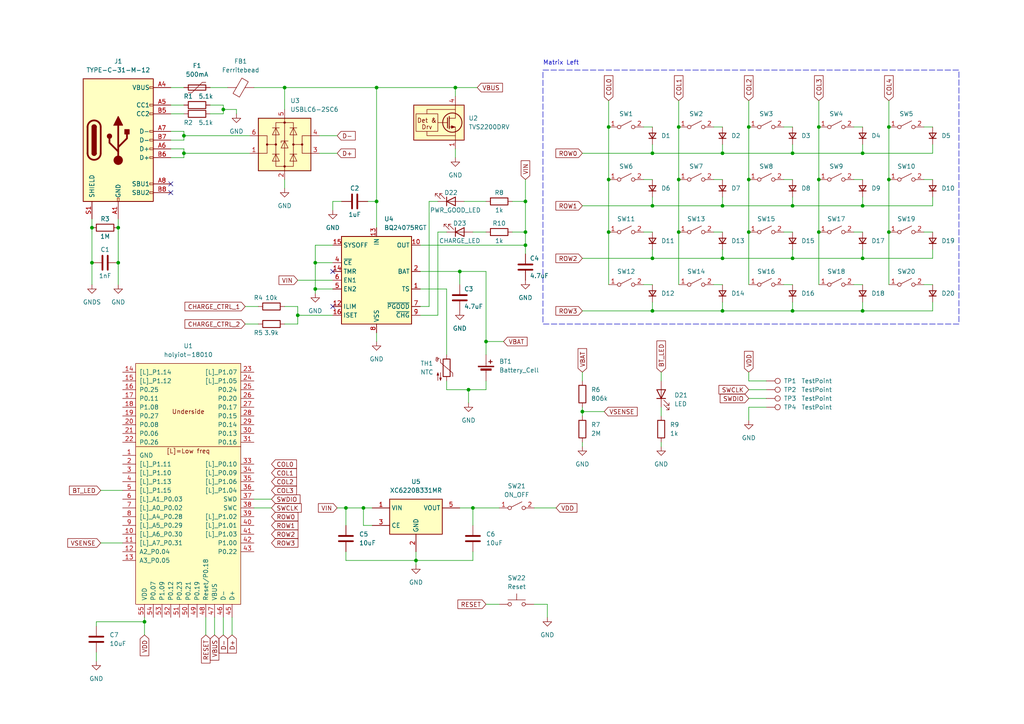
<source format=kicad_sch>
(kicad_sch (version 20230121) (generator eeschema)
  (paper "A4")
  (lib_symbols
    (symbol "Battery_Management:BQ24075RGT"
      (property "Reference" "U" (at -8.89 13.97 0))
      (property "Value" "BQ24075RGT" (at 16.51 13.97 0))
      (symbol "BQ24075RGT_1_1"
        (pin passive line (at 12.7 -2.54 180) (length 2.54) (name "TS") (number "1"))
        (pin power_out line (at 12.7 10.16 180) (length 2.54) (name "OUT") (number "10"))
        (pin passive line (at 12.7 10.16 180) (length 2.54) hide (name "OUT") (number "11"))
        (pin passive line (at -12.7 -7.62 0) (length 2.54) (name "ILIM") (number "12"))
        (pin power_in line (at 0 15.24 270) (length 2.54) (name "IN") (number "13"))
        (pin input line (at -12.7 2.54 0) (length 2.54) (name "TMR") (number "14"))
        (pin input line (at -12.7 10.16 0) (length 2.54) (name "SYSOFF") (number "15"))
        (pin passive line (at -12.7 -10.16 0) (length 2.54) (name "ISET") (number "16"))
        (pin passive line (at 0 -15.24 90) (length 2.54) hide (name "VSS") (number "17"))
        (pin power_out line (at 12.7 2.54 180) (length 2.54) (name "BAT") (number "2"))
        (pin passive line (at 12.7 2.54 180) (length 2.54) hide (name "BAT") (number "3"))
        (pin input line (at -12.7 5.08 0) (length 2.54) (name "~{CE}") (number "4"))
        (pin input line (at -12.7 -2.54 0) (length 2.54) (name "EN2") (number "5"))
        (pin input line (at -12.7 0 0) (length 2.54) (name "EN1") (number "6"))
        (pin open_collector line (at 12.7 -7.62 180) (length 2.54) (name "~{PGOOD}") (number "7"))
        (pin power_in line (at 0 -15.24 90) (length 2.54) (name "VSS") (number "8"))
        (pin open_collector line (at 12.7 -10.16 180) (length 2.54) (name "~{CHG}") (number "9"))
      )
    )
    (symbol "Connector:TestPoint" (pin_numbers hide) (pin_names (offset 0.762) hide)
      (property "Reference" "TP" (at 0 6.858 0))
      (property "Value" "TestPoint" (at 0 5.08 0))
      (symbol "TestPoint_1_1"
        (pin passive line (at 0 0 90) (length 2.54) (name "1") (number "1"))
      )
    )
    (symbol "Connector:USB_C_Receptacle_USB2.0" (pin_names (offset 1.016))
      (property "Reference" "J" (at -10.16 19.05 0))
      (property "Value" "USB_C_Receptacle_USB2.0" (at 19.05 19.05 0))
      (symbol "USB_C_Receptacle_USB2.0_1_1"
        (pin passive line (at 0 -22.86 90) (length 5.08) (name "GND") (number "A1"))
        (pin passive line (at 0 -22.86 90) (length 5.08) hide (name "GND") (number "A12"))
        (pin passive line (at 15.24 15.24 180) (length 5.08) (name "VBUS") (number "A4"))
        (pin bidirectional line (at 15.24 10.16 180) (length 5.08) (name "CC1") (number "A5"))
        (pin bidirectional line (at 15.24 -2.54 180) (length 5.08) (name "D+") (number "A6"))
        (pin bidirectional line (at 15.24 2.54 180) (length 5.08) (name "D-") (number "A7"))
        (pin bidirectional line (at 15.24 -12.7 180) (length 5.08) (name "SBU1") (number "A8"))
        (pin passive line (at 15.24 15.24 180) (length 5.08) hide (name "VBUS") (number "A9"))
        (pin passive line (at 0 -22.86 90) (length 5.08) hide (name "GND") (number "B1"))
        (pin passive line (at 0 -22.86 90) (length 5.08) hide (name "GND") (number "B12"))
        (pin passive line (at 15.24 15.24 180) (length 5.08) hide (name "VBUS") (number "B4"))
        (pin bidirectional line (at 15.24 7.62 180) (length 5.08) (name "CC2") (number "B5"))
        (pin bidirectional line (at 15.24 -5.08 180) (length 5.08) (name "D+") (number "B6"))
        (pin bidirectional line (at 15.24 0 180) (length 5.08) (name "D-") (number "B7"))
        (pin bidirectional line (at 15.24 -15.24 180) (length 5.08) (name "SBU2") (number "B8"))
        (pin passive line (at 15.24 15.24 180) (length 5.08) hide (name "VBUS") (number "B9"))
        (pin passive line (at -7.62 -22.86 90) (length 5.08) (name "SHIELD") (number "S1"))
      )
    )
    (symbol "Device:Battery_Cell" (pin_numbers hide) (pin_names (offset 0) hide)
      (property "Reference" "BT" (at 2.54 2.54 0))
      (property "Value" "Battery_Cell" (at 2.54 0 0))
      (symbol "Battery_Cell_1_1"
        (pin passive line (at 0 5.08 270) (length 2.54) (name "+") (number "1"))
        (pin passive line (at 0 -2.54 90) (length 2.54) (name "-") (number "2"))
      )
    )
    (symbol "Device:C" (pin_numbers hide) (pin_names (offset 0.254))
      (property "Reference" "C" (at 0.635 2.54 0))
      (property "Value" "C" (at 0.635 -2.54 0))
      (symbol "C_1_1"
        (pin passive line (at 0 3.81 270) (length 2.794) (name "~") (number "1"))
        (pin passive line (at 0 -3.81 90) (length 2.794) (name "~") (number "2"))
      )
    )
    (symbol "Device:D_Small" (pin_numbers hide) (pin_names (offset 0.254) hide)
      (property "Reference" "D" (at -1.27 2.032 0))
      (property "Value" "D_Small" (at -3.81 -2.032 0))
      (symbol "D_Small_1_1"
        (pin passive line (at -2.54 0 0) (length 1.778) (name "K") (number "1"))
        (pin passive line (at 2.54 0 180) (length 1.778) (name "A") (number "2"))
      )
    )
    (symbol "Device:FerriteBead" (pin_numbers hide) (pin_names (offset 0))
      (property "Reference" "FB" (at -3.81 0.635 90))
      (property "Value" "FerriteBead" (at 3.81 0 90))
      (symbol "FerriteBead_1_1"
        (pin passive line (at 0 3.81 270) (length 2.54) (name "~") (number "1"))
        (pin passive line (at 0 -3.81 90) (length 2.54) (name "~") (number "2"))
      )
    )
    (symbol "Device:LED" (pin_numbers hide) (pin_names (offset 1.016) hide)
      (property "Reference" "D" (at 0 2.54 0))
      (property "Value" "LED" (at 0 -2.54 0))
      (symbol "LED_1_1"
        (pin passive line (at -3.81 0 0) (length 2.54) (name "K") (number "1"))
        (pin passive line (at 3.81 0 180) (length 2.54) (name "A") (number "2"))
      )
    )
    (symbol "Device:Polyfuse" (pin_numbers hide) (pin_names (offset 0))
      (property "Reference" "F" (at -2.54 0 90))
      (property "Value" "Polyfuse" (at 2.54 0 90))
      (symbol "Polyfuse_1_1"
        (pin passive line (at 0 3.81 270) (length 1.27) (name "~") (number "1"))
        (pin passive line (at 0 -3.81 90) (length 1.27) (name "~") (number "2"))
      )
    )
    (symbol "Device:R" (pin_numbers hide) (pin_names (offset 0))
      (property "Reference" "R" (at 2.032 0 90))
      (property "Value" "R" (at 0 0 90))
      (symbol "R_1_1"
        (pin passive line (at 0 3.81 270) (length 1.27) (name "~") (number "1"))
        (pin passive line (at 0 -3.81 90) (length 1.27) (name "~") (number "2"))
      )
    )
    (symbol "Device:Thermistor_NTC" (pin_numbers hide) (pin_names (offset 0))
      (property "Reference" "TH" (at -4.445 0 90))
      (property "Value" "Thermistor_NTC" (at 3.175 0 90))
      (symbol "Thermistor_NTC_1_1"
        (pin passive line (at 0 3.81 270) (length 1.27) (name "~") (number "1"))
        (pin passive line (at 0 -3.81 90) (length 1.27) (name "~") (number "2"))
      )
    )
    (symbol "Power_Protection:TVS2200DRV" (pin_names (offset 0) hide)
      (property "Reference" "U" (at 2.54 1.27 0))
      (property "Value" "TVS2200DRV" (at 2.54 -1.27 0))
      (symbol "TVS2200DRV_0_0"
        (text "Det &" (at -8.255 0.635 0) (effects (font (size 1.27 1.27))))
        (text "Drv" (at -8.255 -1.27 0) (effects (font (size 1.27 1.27))))
      )
      (symbol "TVS2200DRV_1_1"
        (pin power_in line (at 0 -7.62 90) (length 2.54) (name "GND") (number "1"))
        (pin passive line (at 0 -7.62 90) (length 2.54) hide (name "GND") (number "2"))
        (pin passive line (at 0 -7.62 90) (length 2.54) hide (name "GND") (number "3"))
        (pin passive line (at 0 7.62 270) (length 2.54) (name "IN") (number "4"))
        (pin passive line (at 0 7.62 270) (length 2.54) hide (name "IN") (number "5"))
        (pin passive line (at 0 7.62 270) (length 2.54) hide (name "IN") (number "6"))
        (pin passive line (at 0 -7.62 90) (length 2.54) hide (name "GND") (number "7"))
      )
    )
    (symbol "Power_Protection:USBLC6-2SC6" (pin_names hide)
      (property "Reference" "U" (at 2.54 8.89 0))
      (property "Value" "USBLC6-2SC6" (at 2.54 -8.89 0))
      (symbol "USBLC6-2SC6_1_1"
        (pin passive line (at -10.16 -2.54 0) (length 2.54) (name "I/O1") (number "1"))
        (pin passive line (at 0 -10.16 90) (length 2.54) (name "GND") (number "2"))
        (pin passive line (at 10.16 -2.54 180) (length 2.54) (name "I/O2") (number "3"))
        (pin passive line (at 10.16 2.54 180) (length 2.54) (name "I/O2") (number "4"))
        (pin passive line (at 0 10.16 270) (length 2.54) (name "VBUS") (number "5"))
        (pin passive line (at -10.16 2.54 0) (length 2.54) (name "I/O1") (number "6"))
      )
    )
    (symbol "Regulator_Linear:XC6220B331MR"
      (property "Reference" "U" (at 0 8.89 0))
      (property "Value" "XC6220B331MR" (at 0 6.35 0))
      (symbol "XC6220B331MR_1_1"
        (pin power_in line (at -12.7 2.54 0) (length 5.08) (name "VIN") (number "1"))
        (pin power_in line (at 0 -10.16 90) (length 5.08) (name "GND") (number "2"))
        (pin input line (at -12.7 -2.54 0) (length 5.08) (name "CE") (number "3"))
        (pin no_connect line (at 7.62 -2.54 180) (length 5.08) hide (name "NC") (number "4"))
        (pin power_out line (at 12.7 2.54 180) (length 5.08) (name "VOUT") (number "5"))
      )
    )
    (symbol "Switch:SW_Push" (pin_numbers hide) (pin_names (offset 1.016) hide)
      (property "Reference" "SW" (at 1.27 2.54 0))
      (property "Value" "SW_Push" (at 0 -1.524 0))
      (symbol "SW_Push_0_1"
        (pin passive line (at -5.08 0 0) (length 2.54) (name "1") (number "1"))
        (pin passive line (at 5.08 0 180) (length 2.54) (name "2") (number "2"))
      )
    )
    (symbol "Switch:SW_SPST" (pin_names (offset 0) hide)
      (property "Reference" "SW" (at 0 3.175 0))
      (property "Value" "SW_SPST" (at 0 -2.54 0))
      (symbol "SW_SPST_1_1"
        (pin passive line (at -5.08 0 0) (length 2.54) (name "A") (number "1"))
        (pin passive line (at 5.08 0 180) (length 2.54) (name "B") (number "2"))
      )
    )
    (symbol "kleeb_mcu:holyiot-18010" (pin_names (offset 1.016))
      (property "Reference" "U" (at 0 43.18 0))
      (property "Value" "holyiot-18010" (at 0 40.64 0))
      (symbol "holyiot-18010_0_0"
        (text "[L]=Low freq" (at 0 13.97 0) (effects (font (size 1.27 1.27))))
        (text "Underside" (at 0 25.4 0) (effects (font (size 1.27 1.27))))
      )
      (symbol "holyiot-18010_1_1"
        (pin power_in line (at -19.05 12.7 0) (length 3.81) (name "GND") (number "1"))
        (pin bidirectional line (at -19.05 -10.16 0) (length 3.81) (name "[L]_A6_P0.30") (number "10"))
        (pin bidirectional line (at -19.05 -12.7 0) (length 3.81) (name "[L]_A7_P0.31") (number "11"))
        (pin bidirectional line (at -19.05 -15.24 0) (length 3.81) (name "A2_P0.04") (number "12"))
        (pin bidirectional line (at -19.05 -17.78 0) (length 3.81) (name "A3_P0.05") (number "13"))
        (pin bidirectional line (at -19.05 36.83 0) (length 3.81) (name "[L]_P1.14") (number "14"))
        (pin bidirectional line (at -19.05 34.29 0) (length 3.81) (name "[L]_P1.12") (number "15"))
        (pin bidirectional line (at -19.05 31.75 0) (length 3.81) (name "P0.25") (number "16"))
        (pin bidirectional line (at -19.05 29.21 0) (length 3.81) (name "P0.11") (number "17"))
        (pin bidirectional line (at -19.05 26.67 0) (length 3.81) (name "P1.08") (number "18"))
        (pin bidirectional line (at -19.05 24.13 0) (length 3.81) (name "P0.27") (number "19"))
        (pin bidirectional line (at -19.05 10.16 0) (length 3.81) (name "[L]_P1.11") (number "2"))
        (pin bidirectional line (at -19.05 21.59 0) (length 3.81) (name "P0.08") (number "20"))
        (pin bidirectional line (at -19.05 19.05 0) (length 3.81) (name "P0.06") (number "21"))
        (pin bidirectional line (at -19.05 16.51 0) (length 3.81) (name "P0.26") (number "22"))
        (pin bidirectional line (at 19.05 36.83 180) (length 3.81) (name "[L]_P1.07") (number "23"))
        (pin bidirectional line (at 19.05 34.29 180) (length 3.81) (name "[L]_P1.05") (number "24"))
        (pin bidirectional line (at 19.05 31.75 180) (length 3.81) (name "P0.24") (number "25"))
        (pin bidirectional line (at 19.05 29.21 180) (length 3.81) (name "P0.20") (number "26"))
        (pin bidirectional line (at 19.05 26.67 180) (length 3.81) (name "P0.17") (number "27"))
        (pin bidirectional line (at 19.05 24.13 180) (length 3.81) (name "P0.15") (number "28"))
        (pin bidirectional line (at 19.05 21.59 180) (length 3.81) (name "P0.14") (number "29"))
        (pin bidirectional line (at -19.05 7.62 0) (length 3.81) (name "[L]_P1.10") (number "3"))
        (pin bidirectional line (at 19.05 19.05 180) (length 3.81) (name "P0.13") (number "30"))
        (pin bidirectional line (at 19.05 16.51 180) (length 3.81) (name "P0.16") (number "31"))
        (pin power_in line (at -19.05 12.7 0) (length 3.81) hide (name "GND") (number "32"))
        (pin bidirectional line (at 19.05 10.16 180) (length 3.81) (name "[L]_P0.10") (number "33"))
        (pin bidirectional line (at 19.05 7.62 180) (length 3.81) (name "[L]_P0.09") (number "34"))
        (pin bidirectional line (at 19.05 5.08 180) (length 3.81) (name "[L]_P1.06") (number "35"))
        (pin bidirectional line (at 19.05 2.54 180) (length 3.81) (name "[L]_P1.04") (number "36"))
        (pin input line (at 19.05 0 180) (length 3.81) (name "SWD") (number "37"))
        (pin bidirectional line (at 19.05 -2.54 180) (length 3.81) (name "SWC") (number "38"))
        (pin bidirectional line (at 19.05 -5.08 180) (length 3.81) (name "[L]_P1.02") (number "39"))
        (pin bidirectional line (at -19.05 5.08 0) (length 3.81) (name "[L]_P1.13") (number "4"))
        (pin bidirectional line (at 19.05 -7.62 180) (length 3.81) (name "[L]_P1.01") (number "40"))
        (pin bidirectional line (at 19.05 -10.16 180) (length 3.81) (name "[L]_P1.03") (number "41"))
        (pin bidirectional line (at 19.05 -12.7 180) (length 3.81) (name "P1.00") (number "42"))
        (pin bidirectional line (at 19.05 -15.24 180) (length 3.81) (name "P0.22") (number "43"))
        (pin power_in line (at -19.05 12.7 0) (length 3.81) hide (name "GND") (number "44"))
        (pin bidirectional line (at 12.7 -34.29 90) (length 3.81) (name "D+") (number "45"))
        (pin bidirectional line (at 10.16 -34.29 90) (length 3.81) (name "D-") (number "46"))
        (pin power_in line (at 7.62 -34.29 90) (length 3.81) (name "VBUS") (number "47"))
        (pin bidirectional line (at 5.08 -34.29 90) (length 3.81) (name "Reset/P0.18") (number "48"))
        (pin bidirectional line (at 2.54 -34.29 90) (length 3.81) (name "P0.19") (number "49"))
        (pin bidirectional line (at -19.05 2.54 0) (length 3.81) (name "[L]_P1.15") (number "5"))
        (pin bidirectional line (at 0 -34.29 90) (length 3.81) (name "P0.21") (number "50"))
        (pin bidirectional line (at -2.54 -34.29 90) (length 3.81) (name "P0.23") (number "51"))
        (pin bidirectional line (at -5.08 -34.29 90) (length 3.81) (name "P0.12") (number "52"))
        (pin bidirectional line (at -7.62 -34.29 90) (length 3.81) (name "P1.09") (number "53"))
        (pin bidirectional line (at -10.16 -34.29 90) (length 3.81) (name "P0.07") (number "54"))
        (pin power_in line (at -12.7 -34.29 90) (length 3.81) (name "VDD") (number "55"))
        (pin bidirectional line (at -19.05 0 0) (length 3.81) (name "[L]_A1_P0.03") (number "6"))
        (pin bidirectional line (at -19.05 -2.54 0) (length 3.81) (name "[L]_A0_P0.02") (number "7"))
        (pin bidirectional line (at -19.05 -5.08 0) (length 3.81) (name "[L]_A4_P0.28") (number "8"))
        (pin bidirectional line (at -19.05 -7.62 0) (length 3.81) (name "[L]_A5_P0.29") (number "9"))
      )
    )
    (symbol "power:GND" (power) (pin_names (offset 0))
      (property "Value" "GND" (at 0 -3.81 0))
      (symbol "GND_1_1"
        (pin power_in line (at 0 0 270) (length 0) hide (name "GND") (number "1"))
      )
    )
    (symbol "power:GNDS" (power) (pin_names (offset 0))
      (property "Value" "GNDS" (at 0 -3.81 0))
      (symbol "GNDS_1_1"
        (pin power_in line (at 0 0 270) (length 0) hide (name "GNDS") (number "1"))
      )
    )
  )
  (junction (at 82.55 25.4))
  (junction (at 109.22 58.42))
  (junction (at 237.49 67.31))
  (junction (at 250.19 44.45))
  (junction (at 34.29 76.2))
  (junction (at 109.22 25.4))
  (junction (at 26.67 66.04))
  (junction (at 100.33 147.32))
  (junction (at 237.49 52.07))
  (junction (at 229.87 44.45))
  (junction (at 196.85 52.07))
  (junction (at 229.87 90.17))
  (junction (at 152.4 67.31))
  (junction (at 189.23 59.69))
  (junction (at 137.16 147.32))
  (junction (at 209.55 59.69))
  (junction (at 209.55 44.45))
  (junction (at 250.19 74.93))
  (junction (at 26.67 76.2))
  (junction (at 120.65 162.56))
  (junction (at 133.35 78.74))
  (junction (at 229.87 59.69))
  (junction (at 152.4 58.42))
  (junction (at 217.17 36.83))
  (junction (at 176.53 36.83))
  (junction (at 53.34 39.37))
  (junction (at 250.19 90.17))
  (junction (at 176.53 67.31))
  (junction (at 140.97 99.06))
  (junction (at 168.91 119.38))
  (junction (at 209.55 74.93))
  (junction (at 217.17 52.07))
  (junction (at 86.36 91.44))
  (junction (at 257.81 36.83))
  (junction (at 91.44 76.2))
  (junction (at 176.53 52.07))
  (junction (at 229.87 74.93))
  (junction (at 196.85 36.83))
  (junction (at 257.81 67.31))
  (junction (at 209.55 90.17))
  (junction (at 250.19 59.69))
  (junction (at 152.4 71.12))
  (junction (at 34.29 66.04))
  (junction (at 217.17 67.31))
  (junction (at 189.23 90.17))
  (junction (at 132.08 25.4))
  (junction (at 105.41 147.32))
  (junction (at 257.81 52.07))
  (junction (at 53.34 44.45))
  (junction (at 189.23 44.45))
  (junction (at 91.44 83.82))
  (junction (at 196.85 67.31))
  (junction (at 64.77 31.75))
  (junction (at 41.91 180.34))
  (junction (at 135.89 113.03))
  (junction (at 189.23 74.93))
  (junction (at 237.49 36.83))
  (no_connect (at 49.53 55.88))
  (no_connect (at 96.52 88.9))
  (no_connect (at 96.52 78.74))
  (no_connect (at 49.53 53.34))
  (wire (pts (xy 148.59 58.42) (xy 152.4 58.42)))
  (wire (pts (xy 229.87 72.39) (xy 229.87 74.93)))
  (wire (pts (xy 29.21 157.48) (xy 35.56 157.48)))
  (wire (pts (xy 257.81 67.31) (xy 257.81 82.55)))
  (wire (pts (xy 137.16 147.32) (xy 144.78 147.32)))
  (wire (pts (xy 152.4 58.42) (xy 152.4 67.31)))
  (wire (pts (xy 257.81 36.83) (xy 257.81 52.07)))
  (wire (pts (xy 73.66 25.4) (xy 82.55 25.4)))
  (wire (pts (xy 189.23 90.17) (xy 209.55 90.17)))
  (wire (pts (xy 92.71 39.37) (xy 97.79 39.37)))
  (wire (pts (xy 229.87 90.17) (xy 250.19 90.17)))
  (wire (pts (xy 152.4 71.12) (xy 152.4 73.66)))
  (wire (pts (xy 158.75 179.07) (xy 158.75 175.26)))
  (wire (pts (xy 222.25 113.03) (xy 217.17 113.03)))
  (wire (pts (xy 129.54 110.49) (xy 129.54 113.03)))
  (wire (pts (xy 152.4 67.31) (xy 152.4 71.12)))
  (wire (pts (xy 53.34 39.37) (xy 53.34 40.64)))
  (wire (pts (xy 91.44 71.12) (xy 91.44 76.2)))
  (wire (pts (xy 49.53 43.18) (xy 53.34 43.18)))
  (wire (pts (xy 229.87 87.63) (xy 229.87 90.17)))
  (wire (pts (xy 96.52 60.96) (xy 96.52 58.42)))
  (wire (pts (xy 207.01 67.31) (xy 209.55 67.31)))
  (wire (pts (xy 96.52 71.12) (xy 91.44 71.12)))
  (wire (pts (xy 189.23 44.45) (xy 209.55 44.45)))
  (wire (pts (xy 109.22 25.4) (xy 132.08 25.4)))
  (wire (pts (xy 97.79 147.32) (xy 100.33 147.32)))
  (wire (pts (xy 154.94 147.32) (xy 161.29 147.32)))
  (wire (pts (xy 209.55 90.17) (xy 229.87 90.17)))
  (wire (pts (xy 140.97 175.26) (xy 144.78 175.26)))
  (wire (pts (xy 53.34 45.72) (xy 49.53 45.72)))
  (wire (pts (xy 250.19 90.17) (xy 270.51 90.17)))
  (wire (pts (xy 105.41 147.32) (xy 107.95 147.32)))
  (wire (pts (xy 64.77 30.48) (xy 64.77 31.75)))
  (wire (pts (xy 168.91 107.95) (xy 168.91 110.49)))
  (wire (pts (xy 53.34 38.1) (xy 53.34 39.37)))
  (wire (pts (xy 176.53 52.07) (xy 176.53 67.31)))
  (wire (pts (xy 196.85 52.07) (xy 196.85 67.31)))
  (wire (pts (xy 168.91 119.38) (xy 175.26 119.38)))
  (wire (pts (xy 189.23 57.15) (xy 189.23 59.69)))
  (wire (pts (xy 217.17 29.21) (xy 217.17 36.83)))
  (wire (pts (xy 82.55 25.4) (xy 109.22 25.4)))
  (wire (pts (xy 247.65 36.83) (xy 250.19 36.83)))
  (wire (pts (xy 53.34 40.64) (xy 49.53 40.64)))
  (wire (pts (xy 140.97 99.06) (xy 146.05 99.06)))
  (wire (pts (xy 247.65 82.55) (xy 250.19 82.55)))
  (wire (pts (xy 134.62 58.42) (xy 140.97 58.42)))
  (wire (pts (xy 227.33 67.31) (xy 229.87 67.31)))
  (wire (pts (xy 250.19 74.93) (xy 270.51 74.93)))
  (wire (pts (xy 53.34 43.18) (xy 53.34 44.45)))
  (wire (pts (xy 29.21 142.24) (xy 35.56 142.24)))
  (wire (pts (xy 82.55 52.07) (xy 82.55 54.61)))
  (wire (pts (xy 105.41 152.4) (xy 105.41 147.32)))
  (wire (pts (xy 34.29 63.5) (xy 34.29 66.04)))
  (wire (pts (xy 267.97 67.31) (xy 270.51 67.31)))
  (wire (pts (xy 207.01 82.55) (xy 209.55 82.55)))
  (wire (pts (xy 27.94 181.61) (xy 27.94 180.34)))
  (wire (pts (xy 196.85 36.83) (xy 196.85 52.07)))
  (wire (pts (xy 26.67 66.04) (xy 26.67 76.2)))
  (wire (pts (xy 140.97 113.03) (xy 140.97 110.49)))
  (wire (pts (xy 189.23 74.93) (xy 209.55 74.93)))
  (wire (pts (xy 176.53 67.31) (xy 176.53 82.55)))
  (wire (pts (xy 135.89 116.84) (xy 135.89 113.03)))
  (wire (pts (xy 53.34 39.37) (xy 72.39 39.37)))
  (wire (pts (xy 217.17 36.83) (xy 217.17 52.07)))
  (wire (pts (xy 217.17 118.11) (xy 217.17 121.92)))
  (wire (pts (xy 168.91 74.93) (xy 189.23 74.93)))
  (wire (pts (xy 209.55 74.93) (xy 229.87 74.93)))
  (wire (pts (xy 267.97 52.07) (xy 270.51 52.07)))
  (wire (pts (xy 209.55 57.15) (xy 209.55 59.69)))
  (wire (pts (xy 207.01 36.83) (xy 209.55 36.83)))
  (wire (pts (xy 176.53 29.21) (xy 176.53 36.83)))
  (wire (pts (xy 133.35 147.32) (xy 137.16 147.32)))
  (wire (pts (xy 82.55 25.4) (xy 82.55 31.75)))
  (wire (pts (xy 250.19 57.15) (xy 250.19 59.69)))
  (wire (pts (xy 152.4 67.31) (xy 148.59 67.31)))
  (wire (pts (xy 189.23 87.63) (xy 189.23 90.17)))
  (wire (pts (xy 64.77 31.75) (xy 64.77 33.02)))
  (wire (pts (xy 49.53 38.1) (xy 53.34 38.1)))
  (wire (pts (xy 26.67 76.2) (xy 26.67 82.55)))
  (wire (pts (xy 270.51 59.69) (xy 270.51 57.15)))
  (wire (pts (xy 127 91.44) (xy 121.92 91.44)))
  (wire (pts (xy 189.23 41.91) (xy 189.23 44.45)))
  (wire (pts (xy 229.87 57.15) (xy 229.87 59.69)))
  (wire (pts (xy 92.71 44.45) (xy 97.79 44.45)))
  (wire (pts (xy 257.81 29.21) (xy 257.81 36.83)))
  (wire (pts (xy 107.95 152.4) (xy 105.41 152.4)))
  (wire (pts (xy 168.91 119.38) (xy 168.91 120.65)))
  (wire (pts (xy 140.97 78.74) (xy 140.97 99.06)))
  (wire (pts (xy 168.91 90.17) (xy 189.23 90.17)))
  (wire (pts (xy 60.96 25.4) (xy 66.04 25.4)))
  (wire (pts (xy 237.49 67.31) (xy 237.49 82.55)))
  (wire (pts (xy 71.12 93.98) (xy 74.93 93.98)))
  (wire (pts (xy 49.53 33.02) (xy 53.34 33.02)))
  (wire (pts (xy 229.87 74.93) (xy 250.19 74.93)))
  (wire (pts (xy 73.66 147.32) (xy 78.74 147.32)))
  (wire (pts (xy 100.33 160.02) (xy 100.33 162.56)))
  (wire (pts (xy 222.25 118.11) (xy 217.17 118.11)))
  (wire (pts (xy 100.33 147.32) (xy 105.41 147.32)))
  (wire (pts (xy 133.35 78.74) (xy 140.97 78.74)))
  (wire (pts (xy 124.46 88.9) (xy 121.92 88.9)))
  (wire (pts (xy 96.52 58.42) (xy 99.06 58.42)))
  (wire (pts (xy 91.44 83.82) (xy 91.44 85.09)))
  (wire (pts (xy 82.55 93.98) (xy 86.36 93.98)))
  (wire (pts (xy 129.54 113.03) (xy 135.89 113.03)))
  (wire (pts (xy 132.08 45.72) (xy 132.08 43.18)))
  (wire (pts (xy 152.4 52.07) (xy 152.4 58.42)))
  (wire (pts (xy 120.65 163.83) (xy 120.65 162.56)))
  (wire (pts (xy 191.77 107.95) (xy 191.77 110.49)))
  (wire (pts (xy 191.77 128.27) (xy 191.77 129.54)))
  (wire (pts (xy 176.53 36.83) (xy 176.53 52.07)))
  (wire (pts (xy 222.25 115.57) (xy 217.17 115.57)))
  (wire (pts (xy 120.65 162.56) (xy 137.16 162.56)))
  (wire (pts (xy 91.44 76.2) (xy 91.44 83.82)))
  (wire (pts (xy 124.46 58.42) (xy 124.46 88.9)))
  (wire (pts (xy 64.77 179.07) (xy 64.77 184.15)))
  (wire (pts (xy 191.77 118.11) (xy 191.77 120.65)))
  (wire (pts (xy 217.17 52.07) (xy 217.17 67.31)))
  (wire (pts (xy 59.69 179.07) (xy 59.69 184.15)))
  (wire (pts (xy 53.34 44.45) (xy 72.39 44.45)))
  (wire (pts (xy 250.19 41.91) (xy 250.19 44.45)))
  (wire (pts (xy 250.19 87.63) (xy 250.19 90.17)))
  (wire (pts (xy 120.65 162.56) (xy 120.65 160.02)))
  (wire (pts (xy 132.08 25.4) (xy 132.08 27.94)))
  (wire (pts (xy 73.66 144.78) (xy 78.74 144.78)))
  (wire (pts (xy 217.17 67.31) (xy 217.17 82.55)))
  (wire (pts (xy 227.33 82.55) (xy 229.87 82.55)))
  (wire (pts (xy 86.36 91.44) (xy 96.52 91.44)))
  (wire (pts (xy 267.97 36.83) (xy 270.51 36.83)))
  (wire (pts (xy 82.55 88.9) (xy 86.36 88.9)))
  (wire (pts (xy 229.87 59.69) (xy 250.19 59.69)))
  (wire (pts (xy 229.87 44.45) (xy 250.19 44.45)))
  (wire (pts (xy 140.97 99.06) (xy 140.97 102.87)))
  (wire (pts (xy 186.69 67.31) (xy 189.23 67.31)))
  (wire (pts (xy 106.68 58.42) (xy 109.22 58.42)))
  (wire (pts (xy 109.22 96.52) (xy 109.22 99.06)))
  (wire (pts (xy 71.12 88.9) (xy 74.93 88.9)))
  (wire (pts (xy 270.51 74.93) (xy 270.51 72.39)))
  (wire (pts (xy 100.33 162.56) (xy 120.65 162.56)))
  (wire (pts (xy 68.58 31.75) (xy 68.58 33.02)))
  (wire (pts (xy 222.25 110.49) (xy 217.17 110.49)))
  (wire (pts (xy 227.33 36.83) (xy 229.87 36.83)))
  (wire (pts (xy 91.44 83.82) (xy 96.52 83.82)))
  (wire (pts (xy 250.19 44.45) (xy 270.51 44.45)))
  (wire (pts (xy 237.49 36.83) (xy 237.49 52.07)))
  (wire (pts (xy 27.94 189.23) (xy 27.94 191.77)))
  (wire (pts (xy 168.91 59.69) (xy 189.23 59.69)))
  (wire (pts (xy 121.92 83.82) (xy 129.54 83.82)))
  (wire (pts (xy 196.85 67.31) (xy 196.85 82.55)))
  (wire (pts (xy 60.96 30.48) (xy 64.77 30.48)))
  (wire (pts (xy 270.51 44.45) (xy 270.51 41.91)))
  (wire (pts (xy 100.33 147.32) (xy 100.33 152.4)))
  (wire (pts (xy 135.89 113.03) (xy 140.97 113.03)))
  (wire (pts (xy 209.55 72.39) (xy 209.55 74.93)))
  (wire (pts (xy 247.65 67.31) (xy 250.19 67.31)))
  (wire (pts (xy 209.55 44.45) (xy 229.87 44.45)))
  (wire (pts (xy 53.34 44.45) (xy 53.34 45.72)))
  (wire (pts (xy 168.91 128.27) (xy 168.91 129.54)))
  (wire (pts (xy 168.91 44.45) (xy 189.23 44.45)))
  (wire (pts (xy 189.23 59.69) (xy 209.55 59.69)))
  (wire (pts (xy 124.46 58.42) (xy 127 58.42)))
  (wire (pts (xy 49.53 25.4) (xy 53.34 25.4)))
  (wire (pts (xy 168.91 118.11) (xy 168.91 119.38)))
  (wire (pts (xy 133.35 78.74) (xy 133.35 82.55)))
  (wire (pts (xy 209.55 87.63) (xy 209.55 90.17)))
  (wire (pts (xy 207.01 52.07) (xy 209.55 52.07)))
  (wire (pts (xy 186.69 82.55) (xy 189.23 82.55)))
  (wire (pts (xy 196.85 29.21) (xy 196.85 36.83)))
  (wire (pts (xy 137.16 67.31) (xy 140.97 67.31)))
  (wire (pts (xy 217.17 110.49) (xy 217.17 107.95)))
  (wire (pts (xy 189.23 72.39) (xy 189.23 74.93)))
  (wire (pts (xy 257.81 52.07) (xy 257.81 67.31)))
  (wire (pts (xy 229.87 41.91) (xy 229.87 44.45)))
  (wire (pts (xy 53.34 30.48) (xy 49.53 30.48)))
  (wire (pts (xy 127 67.31) (xy 129.54 67.31)))
  (wire (pts (xy 250.19 72.39) (xy 250.19 74.93)))
  (wire (pts (xy 227.33 52.07) (xy 229.87 52.07)))
  (wire (pts (xy 91.44 76.2) (xy 96.52 76.2)))
  (wire (pts (xy 137.16 147.32) (xy 137.16 152.4)))
  (wire (pts (xy 137.16 160.02) (xy 137.16 162.56)))
  (wire (pts (xy 64.77 31.75) (xy 68.58 31.75)))
  (wire (pts (xy 121.92 71.12) (xy 152.4 71.12)))
  (wire (pts (xy 267.97 82.55) (xy 270.51 82.55)))
  (wire (pts (xy 67.31 179.07) (xy 67.31 184.15)))
  (wire (pts (xy 250.19 59.69) (xy 270.51 59.69)))
  (wire (pts (xy 86.36 91.44) (xy 86.36 93.98)))
  (wire (pts (xy 133.35 78.74) (xy 121.92 78.74)))
  (wire (pts (xy 237.49 29.21) (xy 237.49 36.83)))
  (wire (pts (xy 64.77 33.02) (xy 60.96 33.02)))
  (wire (pts (xy 86.36 88.9) (xy 86.36 91.44)))
  (wire (pts (xy 247.65 52.07) (xy 250.19 52.07)))
  (wire (pts (xy 209.55 41.91) (xy 209.55 44.45)))
  (wire (pts (xy 132.08 25.4) (xy 138.43 25.4)))
  (wire (pts (xy 41.91 179.07) (xy 41.91 180.34)))
  (wire (pts (xy 158.75 175.26) (xy 154.94 175.26)))
  (wire (pts (xy 62.23 179.07) (xy 62.23 184.15)))
  (wire (pts (xy 129.54 83.82) (xy 129.54 102.87)))
  (wire (pts (xy 237.49 52.07) (xy 237.49 67.31)))
  (wire (pts (xy 186.69 52.07) (xy 189.23 52.07)))
  (wire (pts (xy 186.69 36.83) (xy 189.23 36.83)))
  (wire (pts (xy 209.55 59.69) (xy 229.87 59.69)))
  (wire (pts (xy 86.36 81.28) (xy 96.52 81.28)))
  (wire (pts (xy 26.67 63.5) (xy 26.67 66.04)))
  (wire (pts (xy 270.51 90.17) (xy 270.51 87.63)))
  (wire (pts (xy 34.29 76.2) (xy 34.29 82.55)))
  (wire (pts (xy 109.22 25.4) (xy 109.22 58.42)))
  (wire (pts (xy 109.22 58.42) (xy 109.22 66.04)))
  (wire (pts (xy 27.94 180.34) (xy 41.91 180.34)))
  (wire (pts (xy 41.91 180.34) (xy 41.91 184.15)))
  (wire (pts (xy 34.29 66.04) (xy 34.29 76.2)))
  (wire (pts (xy 127 67.31) (xy 127 91.44)))
  (rectangle (start 157.48 20.32) (end 278.13 93.98) (stroke (width 0) (type dash)))
  (text "Matrix Left" (at 157.48 19.05 0) (effects (font (size 1.27 1.27)) (justify left bottom)))
  (global_label "COL2" (shape input) (at 78.74 139.7 0) (property "Intersheetrefs" "${INTERSHEET_REFS}" (effects hide)))
  (global_label "D+" (shape input) (at 97.79 44.45 0) (property "Intersheetrefs" "${INTERSHEET_REFS}" (effects hide)))
  (global_label "ROW0" (shape input) (at 78.74 149.86 0) (property "Intersheetrefs" "${INTERSHEET_REFS}" (effects hide)))
  (global_label "RESET" (shape input) (at 140.97 175.26 180) (property "Intersheetrefs" "${INTERSHEET_REFS}" (effects hide)))
  (global_label "ROW3" (shape input) (at 78.74 157.48 0) (property "Intersheetrefs" "${INTERSHEET_REFS}" (effects hide)))
  (global_label "RESET" (shape input) (at 59.69 184.15 270) (property "Intersheetrefs" "${INTERSHEET_REFS}" (effects hide)))
  (global_label "COL0" (shape input) (at 176.53 29.21 90) (property "Intersheetrefs" "${INTERSHEET_REFS}" (effects hide)))
  (global_label "VIN" (shape input) (at 97.79 147.32 180) (property "Intersheetrefs" "${INTERSHEET_REFS}" (effects hide)))
  (global_label "VSENSE" (shape input) (at 175.26 119.38 0) (property "Intersheetrefs" "${INTERSHEET_REFS}" (effects hide)))
  (global_label "VIN" (shape input) (at 152.4 52.07 90) (property "Intersheetrefs" "${INTERSHEET_REFS}" (effects hide)))
  (global_label "COL4" (shape input) (at 257.81 29.21 90) (property "Intersheetrefs" "${INTERSHEET_REFS}" (effects hide)))
  (global_label "ROW3" (shape input) (at 168.91 90.17 180) (property "Intersheetrefs" "${INTERSHEET_REFS}" (effects hide)))
  (global_label "COL2" (shape input) (at 217.17 29.21 90) (property "Intersheetrefs" "${INTERSHEET_REFS}" (effects hide)))
  (global_label "SWCLK" (shape input) (at 217.17 113.03 180) (property "Intersheetrefs" "${INTERSHEET_REFS}" (effects hide)))
  (global_label "ROW0" (shape input) (at 168.91 44.45 180) (property "Intersheetrefs" "${INTERSHEET_REFS}" (effects hide)))
  (global_label "VDD" (shape input) (at 41.91 184.15 270) (property "Intersheetrefs" "${INTERSHEET_REFS}" (effects hide)))
  (global_label "VSENSE" (shape input) (at 29.21 157.48 180) (property "Intersheetrefs" "${INTERSHEET_REFS}" (effects hide)))
  (global_label "VBAT" (shape input) (at 146.05 99.06 0) (property "Intersheetrefs" "${INTERSHEET_REFS}" (effects hide)))
  (global_label "VBUS" (shape input) (at 62.23 184.15 270) (property "Intersheetrefs" "${INTERSHEET_REFS}" (effects hide)))
  (global_label "VDD" (shape input) (at 161.29 147.32 0) (property "Intersheetrefs" "${INTERSHEET_REFS}" (effects hide)))
  (global_label "SWCLK" (shape input) (at 78.74 147.32 0) (property "Intersheetrefs" "${INTERSHEET_REFS}" (effects hide)))
  (global_label "CHARGE_CTRL_2" (shape input) (at 71.12 93.98 180) (property "Intersheetrefs" "${INTERSHEET_REFS}" (effects hide)))
  (global_label "VIN" (shape input) (at 86.36 81.28 180) (property "Intersheetrefs" "${INTERSHEET_REFS}" (effects hide)))
  (global_label "ROW1" (shape input) (at 168.91 59.69 180) (property "Intersheetrefs" "${INTERSHEET_REFS}" (effects hide)))
  (global_label "ROW2" (shape input) (at 78.74 154.94 0) (property "Intersheetrefs" "${INTERSHEET_REFS}" (effects hide)))
  (global_label "VBAT" (shape input) (at 168.91 107.95 90) (property "Intersheetrefs" "${INTERSHEET_REFS}" (effects hide)))
  (global_label "D-" (shape input) (at 64.77 184.15 270) (property "Intersheetrefs" "${INTERSHEET_REFS}" (effects hide)))
  (global_label "ROW2" (shape input) (at 168.91 74.93 180) (property "Intersheetrefs" "${INTERSHEET_REFS}" (effects hide)))
  (global_label "COL1" (shape input) (at 196.85 29.21 90) (property "Intersheetrefs" "${INTERSHEET_REFS}" (effects hide)))
  (global_label "COL3" (shape input) (at 78.74 142.24 0) (property "Intersheetrefs" "${INTERSHEET_REFS}" (effects hide)))
  (global_label "D+" (shape input) (at 67.31 184.15 270) (property "Intersheetrefs" "${INTERSHEET_REFS}" (effects hide)))
  (global_label "D-" (shape input) (at 97.79 39.37 0) (property "Intersheetrefs" "${INTERSHEET_REFS}" (effects hide)))
  (global_label "VDD" (shape input) (at 217.17 107.95 90) (property "Intersheetrefs" "${INTERSHEET_REFS}" (effects hide)))
  (global_label "COL3" (shape input) (at 237.49 29.21 90) (property "Intersheetrefs" "${INTERSHEET_REFS}" (effects hide)))
  (global_label "BT_LED" (shape input) (at 29.21 142.24 180) (property "Intersheetrefs" "${INTERSHEET_REFS}" (effects hide)))
  (global_label "CHARGE_CTRL_1" (shape input) (at 71.12 88.9 180) (property "Intersheetrefs" "${INTERSHEET_REFS}" (effects hide)))
  (global_label "SWDIO" (shape input) (at 217.17 115.57 180) (property "Intersheetrefs" "${INTERSHEET_REFS}" (effects hide)))
  (global_label "SWDIO" (shape input) (at 78.74 144.78 0) (property "Intersheetrefs" "${INTERSHEET_REFS}" (effects hide)))
  (global_label "BT_LED" (shape input) (at 191.77 107.95 90) (property "Intersheetrefs" "${INTERSHEET_REFS}" (effects hide)))
  (global_label "ROW1" (shape input) (at 78.74 152.4 0) (property "Intersheetrefs" "${INTERSHEET_REFS}" (effects hide)))
  (global_label "VBUS" (shape input) (at 138.43 25.4 0) (property "Intersheetrefs" "${INTERSHEET_REFS}" (effects hide)))
  (global_label "COL0" (shape input) (at 78.74 134.62 0) (property "Intersheetrefs" "${INTERSHEET_REFS}" (effects hide)))
  (global_label "COL1" (shape input) (at 78.74 137.16 0) (property "Intersheetrefs" "${INTERSHEET_REFS}" (effects hide)))
  (symbol (lib_id "Switch:SW_SPST") (at 201.93 67.31 0) (unit 1)
    (property "Reference" "SW13" (at 201.93 63.5 0))
    (property "Value" "SW_SPST" (effects hide))
  )
  (symbol (lib_id "power:GND") (at 120.65 163.83 0) (unit 1)
    (property "Reference" "#PWR012" (effects hide))
    (property "Value" "GND" (at 120.65 168.91 0))
  )
  (symbol (lib_id "Device:D_Small") (at 209.55 54.61 90) (unit 1)
    (property "Reference" "D7" (at 212.09 54.61 90) (effects (justify right)))
    (property "Value" "D_Small" (effects hide))
    (property "Sim.Device" "D" (effects hide))
    (property "Sim.Pins" "1=K 2=A" (effects hide))
  )
  (symbol (lib_id "Device:FerriteBead") (at 69.85 25.4 90) (unit 1)
    (property "Reference" "FB1" (at 69.7992 17.78 90))
    (property "Value" "Ferritebead" (at 69.7992 20.32 90))
    (property "LCSCNumber" "C14709" (effects hide))
    (property "PartNumber" "BLM18PG121SN1D" (effects hide))
  )
  (symbol (lib_id "Device:C") (at 100.33 156.21 0) (unit 1)
    (property "Reference" "C5" (at 104.14 154.94 0) (effects (justify left)))
    (property "Value" "10uF" (at 104.14 157.48 0) (effects (justify left)))
  )
  (symbol (lib_id "Device:LED") (at 130.81 58.42 0) (mirror x) (unit 1)
    (property "Reference" "D22" (at 130.81 55.88 0))
    (property "Value" "PWR_GOOD_LED" (at 132.08 60.96 0))
  )
  (symbol (lib_id "Device:D_Small") (at 270.51 39.37 90) (unit 1)
    (property "Reference" "D5" (at 273.05 39.37 90) (effects (justify right)))
    (property "Value" "D_Small" (effects hide))
    (property "Sim.Device" "D" (effects hide))
    (property "Sim.Pins" "1=K 2=A" (effects hide))
  )
  (symbol (lib_id "Switch:SW_SPST") (at 242.57 67.31 0) (unit 1)
    (property "Reference" "SW17" (at 242.57 63.5 0))
    (property "Value" "SW_SPST" (effects hide))
  )
  (symbol (lib_id "Switch:SW_SPST") (at 201.93 52.07 0) (unit 1)
    (property "Reference" "SW7" (at 201.93 48.26 0))
    (property "Value" "SW_SPST" (effects hide))
  )
  (symbol (lib_id "power:GND") (at 109.22 99.06 0) (unit 1)
    (property "Reference" "#PWR08" (effects hide))
    (property "Value" "GND" (at 109.22 104.14 0))
  )
  (symbol (lib_id "Switch:SW_SPST") (at 181.61 82.55 0) (unit 1)
    (property "Reference" "SW12" (at 181.61 78.74 0))
    (property "Value" "SW_SPST" (effects hide))
  )
  (symbol (lib_id "Device:D_Small") (at 209.55 69.85 90) (unit 1)
    (property "Reference" "D13" (at 212.09 69.85 90) (effects (justify right)))
    (property "Value" "D_Small" (effects hide))
    (property "Sim.Device" "D" (effects hide))
    (property "Sim.Pins" "1=K 2=A" (effects hide))
  )
  (symbol (lib_id "Power_Protection:TVS2200DRV") (at 132.08 35.56 0) (unit 1)
    (property "Reference" "U2" (at 135.89 34.29 0) (effects (justify left)))
    (property "Value" "TVS2200DRV" (at 135.89 36.83 0) (effects (justify left)))
    (property "Footprint" "Package_SON:WSON-6-1EP_2x2mm_P0.65mm_EP1x1.6mm" (effects hide))
    (property "Datasheet" "http://www.ti.com/lit/ds/symlink/tvs2200.pdf" (effects hide))
  )
  (symbol (lib_id "Device:C") (at 137.16 156.21 0) (unit 1)
    (property "Reference" "C6" (at 140.97 154.94 0) (effects (justify left)))
    (property "Value" "10uF" (at 140.97 157.48 0) (effects (justify left)))
  )
  (symbol (lib_id "Device:R") (at 168.91 114.3 0) (unit 1)
    (property "Reference" "R6" (at 171.45 113.03 0) (effects (justify left)))
    (property "Value" "806k" (at 171.45 115.57 0) (effects (justify left)))
  )
  (symbol (lib_id "Switch:SW_SPST") (at 201.93 82.55 0) (unit 1)
    (property "Reference" "SW14" (at 201.93 78.74 0))
    (property "Value" "SW_SPST" (effects hide))
  )
  (symbol (lib_id "Connector:TestPoint") (at 222.25 118.11 270) (unit 1)
    (property "Reference" "TP4" (at 227.33 118.11 90) (effects (justify left)))
    (property "Value" "TestPoint" (at 232.41 118.11 90) (effects (justify left)))
  )
  (symbol (lib_id "Device:D_Small") (at 250.19 54.61 90) (unit 1)
    (property "Reference" "D9" (at 252.73 54.61 90) (effects (justify right)))
    (property "Value" "D_Small" (effects hide))
    (property "Sim.Device" "D" (effects hide))
    (property "Sim.Pins" "1=K 2=A" (effects hide))
  )
  (symbol (lib_id "Switch:SW_SPST") (at 149.86 147.32 0) (unit 1)
    (property "Reference" "SW21" (at 149.86 140.97 0))
    (property "Value" "ON_OFF" (at 149.86 143.51 0))
  )
  (symbol (lib_id "Switch:SW_Push") (at 149.86 175.26 0) (unit 1)
    (property "Reference" "SW22" (at 149.86 167.64 0))
    (property "Value" "Reset" (at 149.86 170.18 0))
  )
  (symbol (lib_id "Device:R") (at 144.78 67.31 90) (unit 1)
    (property "Reference" "R10" (at 144.78 64.77 90))
    (property "Value" "1k" (at 144.78 69.85 90))
  )
  (symbol (lib_id "Switch:SW_SPST") (at 222.25 52.07 0) (unit 1)
    (property "Reference" "SW8" (at 222.25 48.26 0))
    (property "Value" "SW_SPST" (effects hide))
  )
  (symbol (lib_id "Switch:SW_SPST") (at 222.25 82.55 0) (unit 1)
    (property "Reference" "SW16" (at 222.25 78.74 0))
    (property "Value" "SW_SPST" (effects hide))
  )
  (symbol (lib_id "Device:C") (at 27.94 185.42 0) (unit 1)
    (property "Reference" "C7" (at 31.75 184.15 0) (effects (justify left)))
    (property "Value" "10uF" (at 31.75 186.69 0) (effects (justify left)))
  )
  (symbol (lib_id "power:GND") (at 133.35 90.17 0) (unit 1)
    (property "Reference" "#PWR010" (effects hide))
    (property "Value" "GND" (at 133.35 95.25 0))
  )
  (symbol (lib_id "Connector:TestPoint") (at 222.25 115.57 270) (unit 1)
    (property "Reference" "TP3" (at 227.33 115.57 90) (effects (justify left)))
    (property "Value" "TestPoint" (at 232.41 115.57 90) (effects (justify left)))
  )
  (symbol (lib_id "kleeb_mcu:holyiot-18010") (at 54.61 144.78 0) (unit 1)
    (property "Reference" "U1" (at 54.61 100.33 0))
    (property "Value" "holyiot-18010" (at 54.61 102.87 0))
    (property "Footprint" "mcu:holyiot-18010" (effects hide))
  )
  (symbol (lib_id "Switch:SW_SPST") (at 262.89 36.83 0) (unit 1)
    (property "Reference" "SW5" (at 262.89 33.02 0))
    (property "Value" "SW_SPST" (effects hide))
  )
  (symbol (lib_id "power:GND") (at 158.75 179.07 0) (unit 1)
    (property "Reference" "#PWR013" (effects hide))
    (property "Value" "GND" (at 158.75 184.15 0))
  )
  (symbol (lib_id "Device:LED") (at 191.77 114.3 90) (unit 1)
    (property "Reference" "D21" (at 195.58 114.6175 90) (effects (justify right)))
    (property "Value" "LED" (at 195.58 117.1575 90) (effects (justify right)))
  )
  (symbol (lib_id "Switch:SW_SPST") (at 222.25 67.31 0) (unit 1)
    (property "Reference" "SW15" (at 222.25 63.5 0))
    (property "Value" "SW_SPST" (effects hide))
  )
  (symbol (lib_id "Device:LED") (at 133.35 67.31 0) (mirror x) (unit 1)
    (property "Reference" "D23" (at 133.35 64.77 0))
    (property "Value" "CHARGE_LED" (at 133.35 69.85 0))
  )
  (symbol (lib_id "Switch:SW_SPST") (at 242.57 82.55 0) (unit 1)
    (property "Reference" "SW18" (at 242.57 78.74 0))
    (property "Value" "SW_SPST" (effects hide))
  )
  (symbol (lib_id "Connector:TestPoint") (at 222.25 113.03 270) (unit 1)
    (property "Reference" "TP2" (at 227.33 113.03 90) (effects (justify left)))
    (property "Value" "TestPoint" (at 232.41 113.03 90) (effects (justify left)))
  )
  (symbol (lib_id "Device:R") (at 78.74 93.98 90) (unit 1)
    (property "Reference" "R5" (at 74.93 96.52 90))
    (property "Value" "3.9k" (at 78.74 96.52 90))
  )
  (symbol (lib_id "Device:D_Small") (at 189.23 39.37 90) (unit 1)
    (property "Reference" "D1" (at 191.77 39.37 90) (effects (justify right)))
    (property "Value" "D_Small" (effects hide))
    (property "Sim.Device" "D" (effects hide))
    (property "Sim.Pins" "1=K 2=A" (effects hide))
  )
  (symbol (lib_id "power:GND") (at 191.77 129.54 0) (unit 1)
    (property "Reference" "#PWR016" (effects hide))
    (property "Value" "GND" (at 191.77 134.62 0))
  )
  (symbol (lib_id "Power_Protection:USBLC6-2SC6") (at 82.55 41.91 0) (unit 1)
    (property "Reference" "U3" (at 84.2011 29.21 0) (effects (justify left)))
    (property "Value" "USBLC6-2SC6" (at 84.2011 31.75 0) (effects (justify left)))
    (property "Footprint" "Package_TO_SOT_SMD:SOT-23-6" (effects hide))
    (property "Datasheet" "https://www.st.com/resource/en/datasheet/usblc6-2.pdf" (effects hide))
  )
  (symbol (lib_id "power:GND") (at 217.17 121.92 0) (unit 1)
    (property "Reference" "#PWR015" (effects hide))
    (property "Value" "GND" (at 217.17 127 0))
  )
  (symbol (lib_id "power:GND") (at 27.94 191.77 0) (unit 1)
    (property "Reference" "#PWR017" (effects hide))
    (property "Value" "GND" (at 27.94 196.85 0))
  )
  (symbol (lib_id "Device:D_Small") (at 229.87 54.61 90) (unit 1)
    (property "Reference" "D8" (at 232.41 54.61 90) (effects (justify right)))
    (property "Value" "D_Small" (effects hide))
    (property "Sim.Device" "D" (effects hide))
    (property "Sim.Pins" "1=K 2=A" (effects hide))
  )
  (symbol (lib_id "Switch:SW_SPST") (at 222.25 36.83 0) (unit 1)
    (property "Reference" "SW3" (at 222.25 33.02 0))
    (property "Value" "SW_SPST" (effects hide))
  )
  (symbol (lib_id "power:GND") (at 152.4 81.28 0) (unit 1)
    (property "Reference" "#PWR011" (effects hide))
    (property "Value" "GND" (at 152.4 86.36 0))
  )
  (symbol (lib_id "Device:C") (at 30.48 76.2 90) (unit 1)
    (property "Reference" "C1" (at 30.48 72.39 90))
    (property "Value" "1nF" (at 30.48 80.01 90))
  )
  (symbol (lib_id "Switch:SW_SPST") (at 242.57 36.83 0) (unit 1)
    (property "Reference" "SW4" (at 242.57 33.02 0))
    (property "Value" "SW_SPST" (effects hide))
  )
  (symbol (lib_id "Device:D_Small") (at 270.51 69.85 90) (unit 1)
    (property "Reference" "D19" (at 273.05 69.85 90) (effects (justify right)))
    (property "Value" "D_Small" (effects hide))
    (property "Sim.Device" "D" (effects hide))
    (property "Sim.Pins" "1=K 2=A" (effects hide))
  )
  (symbol (lib_id "power:GND") (at 34.29 82.55 0) (unit 1)
    (property "Reference" "#PWR04" (effects hide))
    (property "Value" "GND" (at 34.29 87.63 0))
  )
  (symbol (lib_id "Device:C") (at 133.35 86.36 0) (unit 1)
    (property "Reference" "C3" (at 134.62 83.82 0) (effects (justify left)))
    (property "Value" "4.7uF" (at 134.62 88.9 0) (effects (justify left)))
  )
  (symbol (lib_id "Connector:USB_C_Receptacle_USB2.0") (at 34.29 40.64 0) (unit 1)
    (property "Reference" "J1" (at 34.29 17.78 0))
    (property "Value" "TYPE-C-31-M-12" (at 34.29 20.32 0))
    (property "Footprint" "Connector_USB:USB_C_Receptacle_HRO_TYPE-C-31-M-12" (effects hide))
    (property "Datasheet" "https://www.usb.org/sites/default/files/documents/usb_type-c.zip" (effects hide))
    (property "LCSCNumber" "C165948" (effects hide))
    (property "PartNumber" "TYPE-C-31-M-12" (effects hide))
  )
  (symbol (lib_id "Device:D_Small") (at 229.87 85.09 90) (unit 1)
    (property "Reference" "D16" (at 232.41 85.09 90) (effects (justify right)))
    (property "Value" "D_Small" (effects hide))
    (property "Sim.Device" "D" (effects hide))
    (property "Sim.Pins" "1=K 2=A" (effects hide))
  )
  (symbol (lib_id "Device:R") (at 57.15 33.02 90) (unit 1)
    (property "Reference" "R2" (at 54.61 35.56 90))
    (property "Value" "5.1k" (at 59.69 35.56 90))
  )
  (symbol (lib_id "Switch:SW_SPST") (at 242.57 52.07 0) (unit 1)
    (property "Reference" "SW9" (at 242.57 48.26 0))
    (property "Value" "SW_SPST" (effects hide))
  )
  (symbol (lib_id "power:GND") (at 168.91 129.54 0) (unit 1)
    (property "Reference" "#PWR014" (effects hide))
    (property "Value" "GND" (at 168.91 134.62 0))
  )
  (symbol (lib_id "Switch:SW_SPST") (at 262.89 67.31 0) (unit 1)
    (property "Reference" "SW19" (at 262.89 63.5 0))
    (property "Value" "SW_SPST" (effects hide))
  )
  (symbol (lib_id "Device:D_Small") (at 270.51 85.09 90) (unit 1)
    (property "Reference" "D20" (at 273.05 85.09 90) (effects (justify right)))
    (property "Value" "D_Small" (effects hide))
    (property "Sim.Device" "D" (effects hide))
    (property "Sim.Pins" "1=K 2=A" (effects hide))
  )
  (symbol (lib_id "Device:D_Small") (at 250.19 39.37 90) (unit 1)
    (property "Reference" "D4" (at 252.73 39.37 90) (effects (justify right)))
    (property "Value" "D_Small" (effects hide))
    (property "Sim.Device" "D" (effects hide))
    (property "Sim.Pins" "1=K 2=A" (effects hide))
  )
  (symbol (lib_id "Device:R") (at 144.78 58.42 90) (unit 1)
    (property "Reference" "R8" (at 144.78 55.88 90))
    (property "Value" "1k" (at 144.78 60.96 90))
  )
  (symbol (lib_id "power:GND") (at 132.08 45.72 0) (unit 1)
    (property "Reference" "#PWR02" (effects hide))
    (property "Value" "GND" (at 132.08 50.8 0))
  )
  (symbol (lib_id "Device:D_Small") (at 189.23 85.09 90) (unit 1)
    (property "Reference" "D12" (at 191.77 85.09 90) (effects (justify right)))
    (property "Value" "D_Small" (effects hide))
    (property "Sim.Device" "D" (effects hide))
    (property "Sim.Pins" "1=K 2=A" (effects hide))
  )
  (symbol (lib_id "Switch:SW_SPST") (at 201.93 36.83 0) (unit 1)
    (property "Reference" "SW2" (at 201.93 33.02 0))
    (property "Value" "SW_SPST" (effects hide))
  )
  (symbol (lib_id "Device:C") (at 102.87 58.42 90) (unit 1)
    (property "Reference" "C2" (at 102.87 54.61 90))
    (property "Value" "1uF" (at 102.87 62.23 90))
  )
  (symbol (lib_id "Device:D_Small") (at 270.51 54.61 90) (unit 1)
    (property "Reference" "D10" (at 273.05 54.61 90) (effects (justify right)))
    (property "Value" "D_Small" (effects hide))
    (property "Sim.Device" "D" (effects hide))
    (property "Sim.Pins" "1=K 2=A" (effects hide))
  )
  (symbol (lib_id "Device:Polyfuse") (at 57.15 25.4 90) (unit 1)
    (property "Reference" "F1" (at 57.15 19.05 90))
    (property "Value" "500mA" (at 57.15 21.59 90))
    (property "LCSCNumber" "C883095" (effects hide))
    (property "PartNumber" "BSMD0603-050-6V" (effects hide))
  )
  (symbol (lib_id "Device:C") (at 152.4 77.47 0) (unit 1)
    (property "Reference" "C4" (at 153.67 74.93 0) (effects (justify left)))
    (property "Value" "4.7uF" (at 153.67 80.01 0) (effects (justify left)))
  )
  (symbol (lib_id "power:GND") (at 68.58 33.02 0) (unit 1)
    (property "Reference" "#PWR01" (effects hide))
    (property "Value" "GND" (at 68.58 38.1 0))
  )
  (symbol (lib_id "Device:D_Small") (at 189.23 54.61 90) (unit 1)
    (property "Reference" "D6" (at 191.77 54.61 90) (effects (justify right)))
    (property "Value" "D_Small" (effects hide))
    (property "Sim.Device" "D" (effects hide))
    (property "Sim.Pins" "1=K 2=A" (effects hide))
  )
  (symbol (lib_id "power:GNDS") (at 26.67 82.55 0) (unit 1)
    (property "Reference" "#PWR03" (effects hide))
    (property "Value" "GNDS" (at 26.67 87.63 0))
  )
  (symbol (lib_id "power:GND") (at 82.55 54.61 0) (unit 1)
    (property "Reference" "#PWR05" (effects hide))
    (property "Value" "GND" (at 82.55 59.69 0))
  )
  (symbol (lib_id "Regulator_Linear:XC6220B331MR") (at 120.65 149.86 0) (unit 1)
    (property "Reference" "U5" (at 120.65 139.7 0))
    (property "Value" "XC6220B331MR" (at 120.65 142.24 0))
    (property "Footprint" "Package_TO_SOT_SMD:SOT-23-5" (effects hide))
    (property "Datasheet" "https://www.torexsemi.com/file/xc6220/XC6220.pdf" (effects hide))
  )
  (symbol (lib_id "Switch:SW_SPST") (at 262.89 52.07 0) (unit 1)
    (property "Reference" "SW10" (at 262.89 48.26 0))
    (property "Value" "SW_SPST" (effects hide))
  )
  (symbol (lib_id "Switch:SW_SPST") (at 181.61 67.31 0) (unit 1)
    (property "Reference" "SW11" (at 181.61 63.5 0))
    (property "Value" "SW_SPST" (effects hide))
  )
  (symbol (lib_id "Device:R") (at 191.77 124.46 0) (unit 1)
    (property "Reference" "R9" (at 194.31 123.19 0) (effects (justify left)))
    (property "Value" "1k" (at 194.31 125.73 0) (effects (justify left)))
  )
  (symbol (lib_id "Device:D_Small") (at 189.23 69.85 90) (unit 1)
    (property "Reference" "D11" (at 191.77 69.85 90) (effects (justify right)))
    (property "Value" "D_Small" (effects hide))
    (property "Sim.Device" "D" (effects hide))
    (property "Sim.Pins" "1=K 2=A" (effects hide))
  )
  (symbol (lib_id "Switch:SW_SPST") (at 181.61 36.83 0) (unit 1)
    (property "Reference" "SW1" (at 181.61 33.02 0))
    (property "Value" "SW_SPST" (effects hide))
  )
  (symbol (lib_id "Device:D_Small") (at 229.87 39.37 90) (unit 1)
    (property "Reference" "D3" (at 232.41 39.37 90) (effects (justify right)))
    (property "Value" "D_Small" (effects hide))
    (property "Sim.Device" "D" (effects hide))
    (property "Sim.Pins" "1=K 2=A" (effects hide))
  )
  (symbol (lib_id "power:GND") (at 91.44 85.09 0) (unit 1)
    (property "Reference" "#PWR07" (effects hide))
    (property "Value" "GND" (at 91.44 90.17 0))
  )
  (symbol (lib_id "Device:D_Small") (at 209.55 85.09 90) (unit 1)
    (property "Reference" "D14" (at 212.09 85.09 90) (effects (justify right)))
    (property "Value" "D_Small" (effects hide))
    (property "Sim.Device" "D" (effects hide))
    (property "Sim.Pins" "1=K 2=A" (effects hide))
  )
  (symbol (lib_id "Device:Thermistor_NTC") (at 129.54 106.68 0) (unit 1)
    (property "Reference" "TH1" (at 121.92 105.41 0) (effects (justify left)))
    (property "Value" "NTC" (at 121.92 107.95 0) (effects (justify left)))
  )
  (symbol (lib_id "Device:R") (at 78.74 88.9 90) (unit 1)
    (property "Reference" "R4" (at 74.93 86.36 90))
    (property "Value" "10k" (at 78.74 86.36 90))
  )
  (symbol (lib_id "Device:D_Small") (at 250.19 85.09 90) (unit 1)
    (property "Reference" "D18" (at 252.73 85.09 90) (effects (justify right)))
    (property "Value" "D_Small" (effects hide))
    (property "Sim.Device" "D" (effects hide))
    (property "Sim.Pins" "1=K 2=A" (effects hide))
  )
  (symbol (lib_id "Switch:SW_SPST") (at 262.89 82.55 0) (unit 1)
    (property "Reference" "SW20" (at 262.89 78.74 0))
    (property "Value" "SW_SPST" (effects hide))
  )
  (symbol (lib_id "power:GND") (at 96.52 60.96 0) (unit 1)
    (property "Reference" "#PWR06" (effects hide))
    (property "Value" "GND" (at 96.52 66.04 0))
  )
  (symbol (lib_id "Device:R") (at 57.15 30.48 90) (unit 1)
    (property "Reference" "R1" (at 54.61 27.94 90))
    (property "Value" "5.1k" (at 59.69 27.94 90))
  )
  (symbol (lib_id "Switch:SW_SPST") (at 181.61 52.07 0) (unit 1)
    (property "Reference" "SW6" (at 181.61 48.26 0))
    (property "Value" "SW_SPST" (effects hide))
  )
  (symbol (lib_id "Device:R") (at 168.91 124.46 0) (unit 1)
    (property "Reference" "R7" (at 171.45 123.19 0) (effects (justify left)))
    (property "Value" "2M" (at 171.45 125.73 0) (effects (justify left)))
  )
  (symbol (lib_id "power:GND") (at 135.89 116.84 0) (unit 1)
    (property "Reference" "#PWR09" (effects hide))
    (property "Value" "GND" (at 135.89 121.92 0))
  )
  (symbol (lib_id "Device:R") (at 30.48 66.04 90) (unit 1)
    (property "Reference" "R3" (at 30.48 63.5 90))
    (property "Value" "1M" (at 30.48 68.58 90))
  )
  (symbol (lib_id "Device:Battery_Cell") (at 140.97 107.95 0) (unit 1)
    (property "Reference" "BT1" (at 144.78 104.8385 0) (effects (justify left)))
    (property "Value" "Battery_Cell" (at 144.78 107.3785 0) (effects (justify left)))
  )
  (symbol (lib_id "Device:D_Small") (at 250.19 69.85 90) (unit 1)
    (property "Reference" "D17" (at 252.73 69.85 90) (effects (justify right)))
    (property "Value" "D_Small" (effects hide))
    (property "Sim.Device" "D" (effects hide))
    (property "Sim.Pins" "1=K 2=A" (effects hide))
  )
  (symbol (lib_id "Battery_Management:BQ24075RGT") (at 109.22 81.28 0) (unit 1)
    (property "Reference" "U4" (at 111.4141 63.5 0) (effects (justify left)))
    (property "Value" "BQ24075RGT" (at 111.4141 66.04 0) (effects (justify left)))
    (property "Footprint" "Package_DFN_QFN:VQFN-16-1EP_3x3mm_P0.5mm_EP1.6x1.6mm" (effects hide))
    (property "Datasheet" "http://www.ti.com/lit/ds/symlink/bq24075.pdf" (effects hide))
  )
  (symbol (lib_id "Device:D_Small") (at 229.87 69.85 90) (unit 1)
    (property "Reference" "D15" (at 232.41 69.85 90) (effects (justify right)))
    (property "Value" "D_Small" (effects hide))
    (property "Sim.Device" "D" (effects hide))
    (property "Sim.Pins" "1=K 2=A" (effects hide))
  )
  (symbol (lib_id "Connector:TestPoint") (at 222.25 110.49 270) (unit 1)
    (property "Reference" "TP1" (at 227.33 110.49 90) (effects (justify left)))
    (property "Value" "TestPoint" (at 232.41 110.49 90) (effects (justify left)))
  )
  (symbol (lib_id "Device:D_Small") (at 209.55 39.37 90) (unit 1)
    (property "Reference" "D2" (at 212.09 39.37 90) (effects (justify right)))
    (property "Value" "D_Small" (effects hide))
    (property "Sim.Device" "D" (effects hide))
    (property "Sim.Pins" "1=K 2=A" (effects hide))
  )
)
</source>
